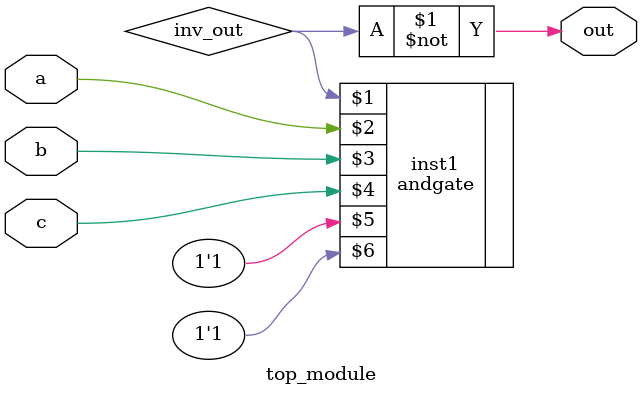
<source format=v>
module top_module (input a, input b, input c, output out);//

    wire inv_out;
    andgate inst1 (inv_out, a, b, c, 1'b1, 1'b1);
    assign out = ~inv_out;

endmodule

</source>
